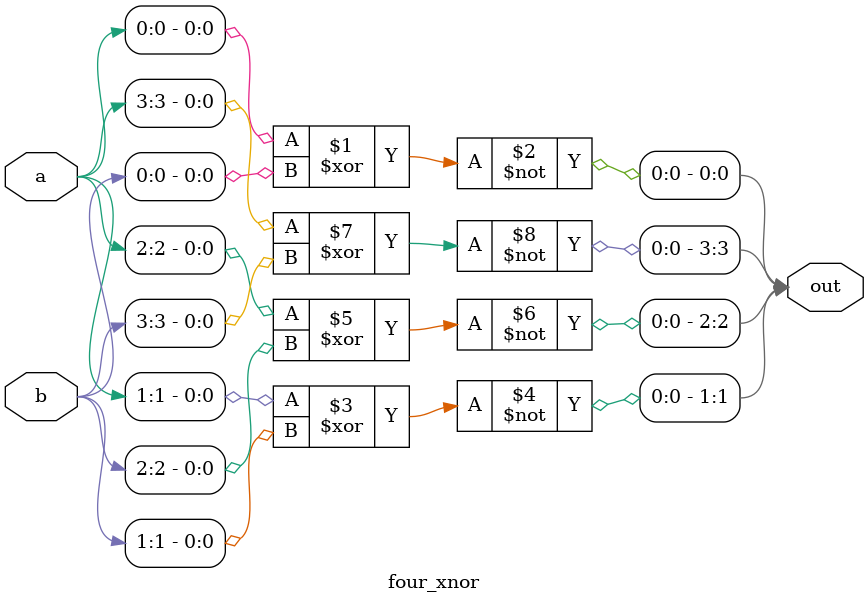
<source format=v>
`timescale 1ns / 1ps

`timescale 1ns / 1ps

module four_xnor(a, b, out);

input [3:0]a;
input [3:0]b;
output [3:0]out;

xnor  zero(out[0], a[0], b[0]);
xnor one(out[1], a[1], b[1]);
xnor two(out[2], a[2], b[2]);
xnor three(out[3], a[3], b[3]);

endmodule
// When 0000 and 0000 at end, get 1111. Why?
</source>
